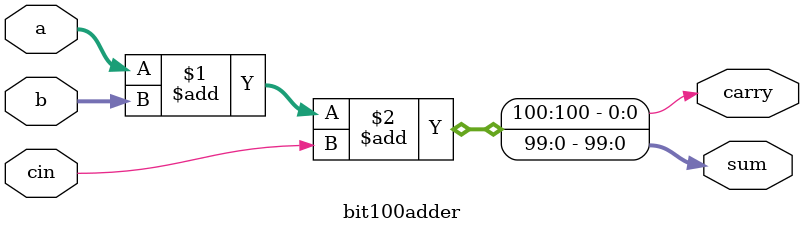
<source format=v>
`timescale 1ns / 1ps


module bit100adder(a,b,cin,sum,carry);
input [99:0]a,b;
input cin;
output [99:0]sum;
output carry;
assign {carry,sum} = a+b+cin;
endmodule

</source>
